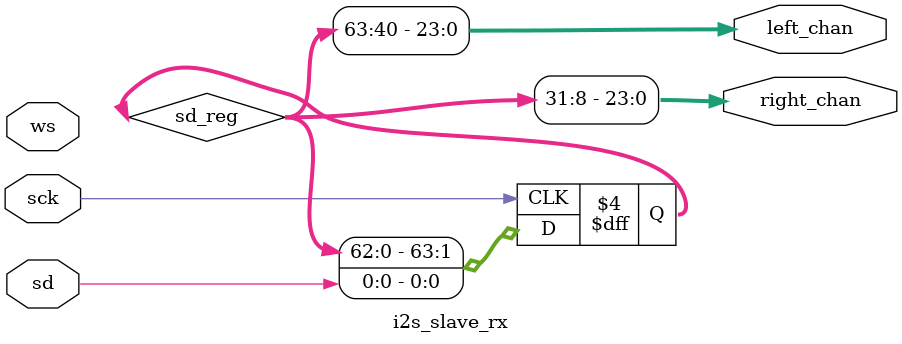
<source format=v>
module i2s_tx #(
    parameter DAT_WDTH = 24,       // Width must be < SCK_RATE/WS_RATE
    parameter WS_RATE  = 48000,    // 48     kHz, sampling rate
    parameter SCK_RATE = 3072000,  // 307.2  kHz, 64x sampling
    parameter CLK_RATE = 12288000  // 122.88 MHz, 256x sampling
)(
    input wire                 clk,
    
    /* I2S interface wires */
    output reg                 sck = 0,
    output reg                 ws  = 0,
    output reg                 sd,

    /* Internal interface */
    input  wire [DAT_WDTH-1:0]  left_chan,
    input  wire [DAT_WDTH-1:0]  right_chan,
    output wire                 load
);
  
    /* Buffer and strobe signals*/
    localparam PAD_WDTH = SCK_RATE/WS_RATE/2-DAT_WDTH;
    reg [DAT_WDTH-1:0]  right_buff;
    reg [DAT_WDTH-1:0]  left_buff;
    wire                strobe;

    /* Counter for SCK */
    localparam SCK_COUNTER_VALUE = CLK_RATE/SCK_RATE/2-1;
    localparam SCK_COUNTER_WIDTH = $clog2(SCK_COUNTER_VALUE+1); // is the +1 needed?
    reg [SCK_COUNTER_WIDTH-1:0] sck_counter = 0;

    /* Counter for WS */
    localparam WS_COUNTER_VALUE = SCK_RATE/WS_RATE/2-1;
    localparam WS_COUNTER_WIDTH = $clog2(WS_COUNTER_VALUE+1);
    reg [WS_COUNTER_WIDTH-1:0] ws_counter = 0;

    /* Drive SCK clock */
    always@(posedge clk) begin
        if (sck_counter == 0) begin
            sck_counter <= SCK_COUNTER_VALUE;
            sck         <= ~sck;
        end else begin
            sck_counter <= sck_counter-1;
            sck         <= sck;
        end
    end
    assign strobe = sck_counter==0 && sck;

    /* Drive WS clock */
    always@(posedge clk) begin
        if (strobe) begin
            if (ws_counter == 0) begin
                ws_counter <= WS_COUNTER_VALUE;
                ws         <= ~ws;
            end else begin
                ws_counter <= ws_counter-1;
                ws         <= ws;
            end
        end
    end

    assign load = ws && strobe && ws_counter == 0;

    /* Drive SD data */
    always@(posedge clk) begin

        // Load word in buffer
        if (load) begin
            left_buff  <= left_chan;
            right_buff <= right_chan;
        end

        // Mux bits onto SD line
        if (strobe) begin
            if (ws_counter < PAD_WDTH) begin
                sd <= 0;
            end else begin
                sd <= ws ? right_buff[ws_counter-PAD_WDTH] : left_buff[ws_counter-PAD_WDTH];
            end
        end

    end

endmodule

module i2s_rx #(
    parameter DAT_WDTH = 24,       // Width must be < SCK_RATE/WS_RATE
    parameter WS_RATE  = 48000,    // 48     kHz, sampling rate
    parameter SCK_RATE = 3072000,  // 307.2  kHz, 64x sampling
    parameter CLK_RATE = 12288000  // 122.88 MHz, 256x sampling
)(
    input wire                 clk,
    
    /* I2S interface wires */
    output reg                 sck = 0,
    output reg                 ws  = 0,
    input  wire                sd,

    /* Internal interface */
    output wire [DAT_WDTH-1:0]  left_chan,
    output wire [DAT_WDTH-1:0]  right_chan,
    output wire                 dump
);
  
    /* Buffer and strobe signals*/
    localparam PAD_WDTH = SCK_RATE/WS_RATE/2-DAT_WDTH;
    reg [DAT_WDTH-1:0]  right_buff;
    reg [DAT_WDTH-1:0]  left_buff;
    wire                strobe;
    reg 				ws_reg;

    /* Counter for SCK */
    localparam SCK_COUNTER_VALUE = CLK_RATE/SCK_RATE/2-1;
    localparam SCK_COUNTER_WIDTH = $clog2(SCK_COUNTER_VALUE+1); // is the +1 needed?
    reg [SCK_COUNTER_WIDTH-1:0] sck_counter = 0;

    /* Counter for WS */
    localparam WS_COUNTER_VALUE = SCK_RATE/WS_RATE/2-1;
    localparam WS_COUNTER_WIDTH = $clog2(WS_COUNTER_VALUE+1);
    reg [WS_COUNTER_WIDTH-1:0] ws_counter = 0;

    /* Drive SCK clock */
    always@(posedge clk) begin
        if (sck_counter == 0) begin
            sck_counter <= SCK_COUNTER_VALUE;
            sck         <= ~sck;
        end else begin
            sck_counter <= sck_counter-1;
            sck         <= sck;
        end
    end
    assign posedge_strobe = sck_counter==0 && !sck;
    assign negedge_strobe = sck_counter==0 &&  sck;

    /* Drive WS clock */
    always@(posedge clk) begin
        if (negedge_strobe) begin
            if (ws_counter == 0) begin
                ws_counter <= WS_COUNTER_VALUE;
                ws         <= ~ws;
            end else begin
                ws_counter <= ws_counter-1;
                ws         <= ws;
            end
            ws_reg <= ws;
        end
    end
  
    assign dump = ws_counter==WS_COUNTER_VALUE && ws && posedge_strobe;

    /* Process SD data */
    always@(posedge clk) begin
        // Shift bits in from SD line
        if (posedge_strobe && ws_counter > PAD_WDTH-2 && ws_counter < WS_COUNTER_VALUE) begin
        	if (ws_reg) begin
                right_buff <= {right_buff, sd};
            end else begin
            	left_buff  <= {left_buff,  sd};
            end
        end
    end

    assign left_chan  = left_buff;
    assign right_chan = right_buff;

endmodule


module i2s_slave_tx #(
    parameter DAT_WDTH = 24,
    parameter SYS_WDTH = 32
)(
    /* I2S interface wires */
    input  wire                 sck, 
    input  wire                 ws,
    output reg                  sd,
    /* Data to be serialised */
    input  wire [DAT_WDTH-1:0]  left_chan,
    input  wire [DAT_WDTH-1:0]  right_chan
);

    localparam COUNTER_VALUE = 2*SYS_WDTH-1;
    localparam COUNTER_WIDTH = $clog2(COUNTER_VALUE+1);
    localparam PAD_WDTH      = SYS_WDTH-DAT_WDTH;
  
    wire ready;
  	reg  valid = 1;

    reg                               ws_reg;
    reg [COUNTER_WIDTH-1:0]           counter = 0;
    reg [COUNTER_VALUE  :0]           buffer  = 0;

    always@(negedge sck) begin
        ws_reg  <= ws;
        sd      <= buffer[counter];
        counter <= (ready)          ? COUNTER_VALUE                                                : counter - 1;
        buffer  <= (ready && valid) ? {left_chan,  {PAD_WDTH{1'b0}}, right_chan, {PAD_WDTH{1'b0}}} : buffer;
    end
  
    assign ready = ({ws_reg, ws} == 2'b10);

endmodule


module i2s_slave_rx #(
    parameter DAT_WDTH = 24,
    parameter SYS_WDTH = 32
)(
    /* I2S interface */
    input wire       sck,
    input wire       ws,
    input wire       sd,
    /* Internal inteface */
    output wire [DAT_WDTH-1:0]  left_chan,
    output wire [DAT_WDTH-1:0]  right_chan
);

    wire valid;

    reg [1:0]                ws_reg;
    reg [2*SYS_WDTH-1:0]     sd_reg;

    always@(posedge sck) begin
        ws_reg  <= {ws_reg, ws};
        sd_reg  <= {sd_reg, sd};
    end
  
    assign left_chan  = sd_reg[2*SYS_WDTH-1 -: DAT_WDTH];
    assign right_chan = sd_reg[  SYS_WDTH-1 -: DAT_WDTH];
    assign valid = (ws_reg == 2'b10);

endmodule


</source>
